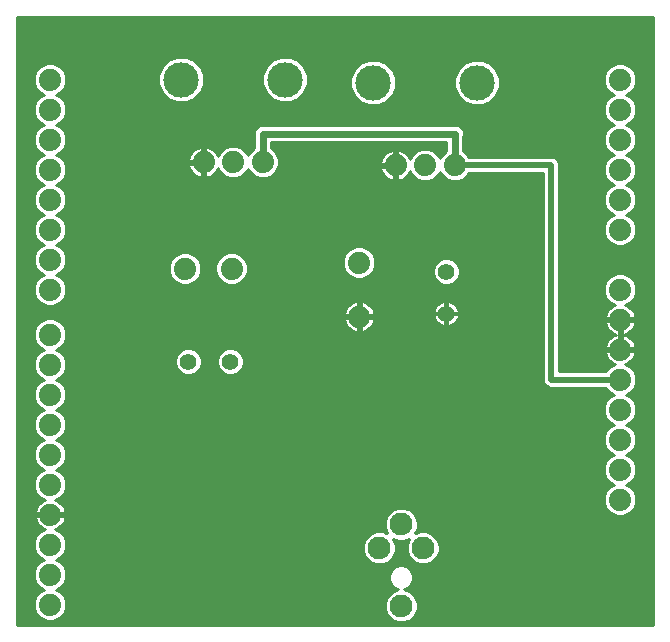
<source format=gbl>
G75*
%MOIN*%
%OFA0B0*%
%FSLAX25Y25*%
%IPPOS*%
%LPD*%
%AMOC8*
5,1,8,0,0,1.08239X$1,22.5*
%
%ADD10C,0.07400*%
%ADD11C,0.05550*%
%ADD12C,0.11811*%
%ADD13C,0.07600*%
%ADD14C,0.01000*%
%ADD15C,0.02400*%
%ADD16C,0.02000*%
D10*
X0042000Y0102524D03*
X0042000Y0112524D03*
X0042000Y0122524D03*
X0042000Y0132524D03*
X0042000Y0142524D03*
X0042000Y0152524D03*
X0042000Y0162524D03*
X0042000Y0172524D03*
X0042000Y0182524D03*
X0042000Y0192524D03*
X0042000Y0207524D03*
X0042000Y0217524D03*
X0042000Y0227524D03*
X0042000Y0237524D03*
X0042000Y0247524D03*
X0042000Y0257524D03*
X0042000Y0267524D03*
X0042000Y0277524D03*
X0093157Y0249965D03*
X0103000Y0249965D03*
X0112843Y0249965D03*
X0102500Y0214524D03*
X0087000Y0214524D03*
X0145000Y0216524D03*
X0145000Y0198524D03*
X0157157Y0248965D03*
X0167000Y0248965D03*
X0176843Y0248965D03*
X0232000Y0247524D03*
X0232000Y0237524D03*
X0232000Y0227524D03*
X0232000Y0207524D03*
X0232000Y0197524D03*
X0232000Y0187524D03*
X0232000Y0177524D03*
X0232000Y0167524D03*
X0232000Y0157524D03*
X0232000Y0147524D03*
X0232000Y0137524D03*
X0232000Y0257524D03*
X0232000Y0267524D03*
X0232000Y0277524D03*
D11*
X0174000Y0213524D03*
X0174000Y0199524D03*
X0102000Y0183524D03*
X0088000Y0183524D03*
D12*
X0085677Y0277524D03*
X0120323Y0277524D03*
X0149677Y0276524D03*
X0184323Y0276524D03*
D13*
X0159000Y0129240D03*
X0151717Y0121366D03*
X0166283Y0121366D03*
X0159000Y0102075D03*
D14*
X0242900Y0095624D02*
X0031100Y0095624D01*
X0031100Y0298424D01*
X0242900Y0298424D01*
X0242900Y0095624D01*
X0242900Y0096519D02*
X0031100Y0096519D01*
X0031100Y0097518D02*
X0039975Y0097518D01*
X0040926Y0097124D02*
X0043074Y0097124D01*
X0045059Y0097946D01*
X0046578Y0099465D01*
X0047400Y0101449D01*
X0047400Y0103598D01*
X0046578Y0105582D01*
X0045059Y0107102D01*
X0044040Y0107524D01*
X0045059Y0107946D01*
X0046578Y0109465D01*
X0047400Y0111449D01*
X0047400Y0113598D01*
X0046578Y0115582D01*
X0045059Y0117102D01*
X0044040Y0117524D01*
X0045059Y0117946D01*
X0046578Y0119465D01*
X0047400Y0121449D01*
X0047400Y0123598D01*
X0046578Y0125582D01*
X0045059Y0127102D01*
X0043776Y0127633D01*
X0043996Y0127705D01*
X0044725Y0128076D01*
X0045388Y0128557D01*
X0045966Y0129136D01*
X0046447Y0129798D01*
X0046819Y0130528D01*
X0047072Y0131306D01*
X0047186Y0132024D01*
X0042500Y0132024D01*
X0042500Y0133024D01*
X0047186Y0133024D01*
X0047072Y0133741D01*
X0046819Y0134520D01*
X0046447Y0135249D01*
X0045966Y0135911D01*
X0045388Y0136490D01*
X0044725Y0136971D01*
X0043996Y0137343D01*
X0043776Y0137414D01*
X0045059Y0137946D01*
X0046578Y0139465D01*
X0047400Y0141449D01*
X0047400Y0143598D01*
X0046578Y0145582D01*
X0045059Y0147102D01*
X0044040Y0147524D01*
X0045059Y0147946D01*
X0046578Y0149465D01*
X0047400Y0151449D01*
X0047400Y0153598D01*
X0046578Y0155582D01*
X0045059Y0157102D01*
X0044040Y0157524D01*
X0045059Y0157946D01*
X0046578Y0159465D01*
X0047400Y0161449D01*
X0047400Y0163598D01*
X0046578Y0165582D01*
X0045059Y0167102D01*
X0044040Y0167524D01*
X0045059Y0167946D01*
X0046578Y0169465D01*
X0047400Y0171449D01*
X0047400Y0173598D01*
X0046578Y0175582D01*
X0045059Y0177102D01*
X0044040Y0177524D01*
X0045059Y0177946D01*
X0046578Y0179465D01*
X0047400Y0181449D01*
X0047400Y0183598D01*
X0046578Y0185582D01*
X0045059Y0187102D01*
X0044040Y0187524D01*
X0045059Y0187946D01*
X0046578Y0189465D01*
X0047400Y0191449D01*
X0047400Y0193598D01*
X0046578Y0195582D01*
X0045059Y0197102D01*
X0043074Y0197924D01*
X0040926Y0197924D01*
X0038941Y0197102D01*
X0037422Y0195582D01*
X0036600Y0193598D01*
X0036600Y0191449D01*
X0037422Y0189465D01*
X0038941Y0187946D01*
X0039960Y0187524D01*
X0038941Y0187102D01*
X0037422Y0185582D01*
X0036600Y0183598D01*
X0036600Y0181449D01*
X0037422Y0179465D01*
X0038941Y0177946D01*
X0039960Y0177524D01*
X0038941Y0177102D01*
X0037422Y0175582D01*
X0036600Y0173598D01*
X0036600Y0171449D01*
X0037422Y0169465D01*
X0038941Y0167946D01*
X0039960Y0167524D01*
X0038941Y0167102D01*
X0037422Y0165582D01*
X0036600Y0163598D01*
X0036600Y0161449D01*
X0037422Y0159465D01*
X0038941Y0157946D01*
X0039960Y0157524D01*
X0038941Y0157102D01*
X0037422Y0155582D01*
X0036600Y0153598D01*
X0036600Y0151449D01*
X0037422Y0149465D01*
X0038941Y0147946D01*
X0039960Y0147524D01*
X0038941Y0147102D01*
X0037422Y0145582D01*
X0036600Y0143598D01*
X0036600Y0141449D01*
X0037422Y0139465D01*
X0038941Y0137946D01*
X0040224Y0137414D01*
X0040004Y0137343D01*
X0039275Y0136971D01*
X0038612Y0136490D01*
X0038034Y0135911D01*
X0037553Y0135249D01*
X0037181Y0134520D01*
X0036928Y0133741D01*
X0036814Y0133024D01*
X0041500Y0133024D01*
X0041500Y0132024D01*
X0036814Y0132024D01*
X0036928Y0131306D01*
X0037181Y0130528D01*
X0037553Y0129798D01*
X0038034Y0129136D01*
X0038612Y0128557D01*
X0039275Y0128076D01*
X0040004Y0127705D01*
X0040224Y0127633D01*
X0038941Y0127102D01*
X0037422Y0125582D01*
X0036600Y0123598D01*
X0036600Y0121449D01*
X0037422Y0119465D01*
X0038941Y0117946D01*
X0039960Y0117524D01*
X0038941Y0117102D01*
X0037422Y0115582D01*
X0036600Y0113598D01*
X0036600Y0111449D01*
X0037422Y0109465D01*
X0038941Y0107946D01*
X0039960Y0107524D01*
X0038941Y0107102D01*
X0037422Y0105582D01*
X0036600Y0103598D01*
X0036600Y0101449D01*
X0037422Y0099465D01*
X0038941Y0097946D01*
X0040926Y0097124D01*
X0038371Y0098516D02*
X0031100Y0098516D01*
X0031100Y0099515D02*
X0037401Y0099515D01*
X0036988Y0100513D02*
X0031100Y0100513D01*
X0031100Y0101512D02*
X0036600Y0101512D01*
X0036600Y0102510D02*
X0031100Y0102510D01*
X0031100Y0103509D02*
X0036600Y0103509D01*
X0036977Y0104507D02*
X0031100Y0104507D01*
X0031100Y0105506D02*
X0037390Y0105506D01*
X0038344Y0106504D02*
X0031100Y0106504D01*
X0031100Y0107503D02*
X0039910Y0107503D01*
X0038386Y0108501D02*
X0031100Y0108501D01*
X0031100Y0109500D02*
X0037408Y0109500D01*
X0036994Y0110498D02*
X0031100Y0110498D01*
X0031100Y0111497D02*
X0036600Y0111497D01*
X0036600Y0112495D02*
X0031100Y0112495D01*
X0031100Y0113494D02*
X0036600Y0113494D01*
X0036971Y0114492D02*
X0031100Y0114492D01*
X0031100Y0115491D02*
X0037384Y0115491D01*
X0038329Y0116489D02*
X0031100Y0116489D01*
X0031100Y0117488D02*
X0039874Y0117488D01*
X0038400Y0118486D02*
X0031100Y0118486D01*
X0031100Y0119485D02*
X0037414Y0119485D01*
X0037000Y0120483D02*
X0031100Y0120483D01*
X0031100Y0121482D02*
X0036600Y0121482D01*
X0036600Y0122480D02*
X0031100Y0122480D01*
X0031100Y0123479D02*
X0036600Y0123479D01*
X0036964Y0124477D02*
X0031100Y0124477D01*
X0031100Y0125476D02*
X0037378Y0125476D01*
X0038314Y0126474D02*
X0031100Y0126474D01*
X0031100Y0127473D02*
X0039838Y0127473D01*
X0038730Y0128472D02*
X0031100Y0128472D01*
X0031100Y0129470D02*
X0037791Y0129470D01*
X0037211Y0130469D02*
X0031100Y0130469D01*
X0031100Y0131467D02*
X0036903Y0131467D01*
X0036884Y0133464D02*
X0031100Y0133464D01*
X0031100Y0132466D02*
X0041500Y0132466D01*
X0042500Y0132466D02*
X0154447Y0132466D01*
X0154337Y0132356D02*
X0153500Y0130334D01*
X0153500Y0128146D01*
X0154283Y0126256D01*
X0152811Y0126866D01*
X0150623Y0126866D01*
X0148601Y0126029D01*
X0147054Y0124482D01*
X0146217Y0122460D01*
X0146217Y0120272D01*
X0147054Y0118251D01*
X0148601Y0116703D01*
X0150623Y0115866D01*
X0152811Y0115866D01*
X0154832Y0116703D01*
X0156379Y0118251D01*
X0157217Y0120272D01*
X0157217Y0122460D01*
X0156434Y0124350D01*
X0157906Y0123740D01*
X0160094Y0123740D01*
X0161566Y0124350D01*
X0160783Y0122460D01*
X0160783Y0120272D01*
X0161621Y0118251D01*
X0163168Y0116703D01*
X0165189Y0115866D01*
X0167377Y0115866D01*
X0169399Y0116703D01*
X0170946Y0118251D01*
X0171783Y0120272D01*
X0171783Y0122460D01*
X0170946Y0124482D01*
X0169399Y0126029D01*
X0167377Y0126866D01*
X0165189Y0126866D01*
X0163717Y0126256D01*
X0164500Y0128146D01*
X0164500Y0130334D01*
X0163663Y0132356D01*
X0162115Y0133903D01*
X0160094Y0134740D01*
X0157906Y0134740D01*
X0155884Y0133903D01*
X0154337Y0132356D01*
X0153969Y0131467D02*
X0047097Y0131467D01*
X0046789Y0130469D02*
X0153556Y0130469D01*
X0153500Y0129470D02*
X0046209Y0129470D01*
X0045270Y0128472D02*
X0153500Y0128472D01*
X0153779Y0127473D02*
X0044162Y0127473D01*
X0045686Y0126474D02*
X0149677Y0126474D01*
X0148048Y0125476D02*
X0046622Y0125476D01*
X0047036Y0124477D02*
X0147052Y0124477D01*
X0146639Y0123479D02*
X0047400Y0123479D01*
X0047400Y0122480D02*
X0146225Y0122480D01*
X0146217Y0121482D02*
X0047400Y0121482D01*
X0047000Y0120483D02*
X0146217Y0120483D01*
X0146543Y0119485D02*
X0046586Y0119485D01*
X0045600Y0118486D02*
X0146956Y0118486D01*
X0147817Y0117488D02*
X0044126Y0117488D01*
X0045671Y0116489D02*
X0149118Y0116489D01*
X0154315Y0116489D02*
X0163685Y0116489D01*
X0162384Y0117488D02*
X0155616Y0117488D01*
X0156477Y0118486D02*
X0161523Y0118486D01*
X0161110Y0119485D02*
X0156890Y0119485D01*
X0157217Y0120483D02*
X0160783Y0120483D01*
X0160783Y0121482D02*
X0157217Y0121482D01*
X0157208Y0122480D02*
X0160792Y0122480D01*
X0161205Y0123479D02*
X0156795Y0123479D01*
X0154192Y0126474D02*
X0153756Y0126474D01*
X0155446Y0133464D02*
X0047116Y0133464D01*
X0046838Y0134463D02*
X0157236Y0134463D01*
X0160764Y0134463D02*
X0227424Y0134463D01*
X0227422Y0134465D02*
X0228941Y0132946D01*
X0230926Y0132124D01*
X0233074Y0132124D01*
X0235059Y0132946D01*
X0236578Y0134465D01*
X0237400Y0136449D01*
X0237400Y0138598D01*
X0236578Y0140582D01*
X0235059Y0142102D01*
X0234040Y0142524D01*
X0235059Y0142946D01*
X0236578Y0144465D01*
X0237400Y0146449D01*
X0237400Y0148598D01*
X0236578Y0150582D01*
X0235059Y0152102D01*
X0234040Y0152524D01*
X0235059Y0152946D01*
X0236578Y0154465D01*
X0237400Y0156449D01*
X0237400Y0158598D01*
X0236578Y0160582D01*
X0235059Y0162102D01*
X0234040Y0162524D01*
X0235059Y0162946D01*
X0236578Y0164465D01*
X0237400Y0166449D01*
X0237400Y0168598D01*
X0236578Y0170582D01*
X0235059Y0172102D01*
X0234040Y0172524D01*
X0235059Y0172946D01*
X0236578Y0174465D01*
X0237400Y0176449D01*
X0237400Y0178598D01*
X0236578Y0180582D01*
X0235059Y0182102D01*
X0233776Y0182633D01*
X0233996Y0182705D01*
X0234725Y0183076D01*
X0235388Y0183557D01*
X0235966Y0184136D01*
X0236447Y0184798D01*
X0236819Y0185528D01*
X0237072Y0186306D01*
X0237186Y0187024D01*
X0232500Y0187024D01*
X0232500Y0188024D01*
X0231500Y0188024D01*
X0231500Y0197024D01*
X0226814Y0197024D01*
X0226928Y0196306D01*
X0227181Y0195528D01*
X0227553Y0194798D01*
X0228034Y0194136D01*
X0228612Y0193557D01*
X0229275Y0193076D01*
X0230004Y0192705D01*
X0230561Y0192524D01*
X0230004Y0192343D01*
X0229275Y0191971D01*
X0228612Y0191490D01*
X0228034Y0190911D01*
X0227553Y0190249D01*
X0227181Y0189520D01*
X0226928Y0188741D01*
X0226814Y0188024D01*
X0231500Y0188024D01*
X0231500Y0187024D01*
X0226814Y0187024D01*
X0226928Y0186306D01*
X0227181Y0185528D01*
X0227553Y0184798D01*
X0228034Y0184136D01*
X0228612Y0183557D01*
X0229275Y0183076D01*
X0230004Y0182705D01*
X0230224Y0182633D01*
X0228941Y0182102D01*
X0227422Y0180582D01*
X0227273Y0180224D01*
X0211700Y0180224D01*
X0211700Y0249502D01*
X0211289Y0250494D01*
X0210529Y0251254D01*
X0209537Y0251665D01*
X0181569Y0251665D01*
X0181420Y0252023D01*
X0179901Y0253542D01*
X0179743Y0253608D01*
X0179743Y0258567D01*
X0179900Y0258947D01*
X0179900Y0260100D01*
X0179458Y0261166D01*
X0178643Y0261982D01*
X0177577Y0262424D01*
X0112266Y0262424D01*
X0111200Y0261982D01*
X0110384Y0261166D01*
X0109943Y0260100D01*
X0109943Y0254608D01*
X0109784Y0254542D01*
X0108265Y0253023D01*
X0107921Y0252194D01*
X0107578Y0253023D01*
X0106059Y0254542D01*
X0104074Y0255365D01*
X0101926Y0255365D01*
X0099941Y0254542D01*
X0098422Y0253023D01*
X0097979Y0251953D01*
X0097977Y0251961D01*
X0097605Y0252690D01*
X0097124Y0253352D01*
X0096545Y0253931D01*
X0095883Y0254412D01*
X0095154Y0254784D01*
X0094375Y0255037D01*
X0093642Y0255153D01*
X0093642Y0250449D01*
X0092673Y0250449D01*
X0092673Y0249480D01*
X0093642Y0249480D01*
X0093642Y0244776D01*
X0094375Y0244893D01*
X0095154Y0245146D01*
X0095883Y0245517D01*
X0096545Y0245998D01*
X0097124Y0246577D01*
X0097605Y0247239D01*
X0097977Y0247968D01*
X0097979Y0247976D01*
X0098422Y0246906D01*
X0099941Y0245387D01*
X0101926Y0244565D01*
X0104074Y0244565D01*
X0106059Y0245387D01*
X0107578Y0246906D01*
X0107921Y0247735D01*
X0108265Y0246906D01*
X0109784Y0245387D01*
X0111768Y0244565D01*
X0113917Y0244565D01*
X0115901Y0245387D01*
X0117420Y0246906D01*
X0118243Y0248890D01*
X0118243Y0251039D01*
X0117420Y0253023D01*
X0115901Y0254542D01*
X0115743Y0254608D01*
X0115743Y0256624D01*
X0173943Y0256624D01*
X0173943Y0253608D01*
X0173784Y0253542D01*
X0172265Y0252023D01*
X0171921Y0251194D01*
X0171578Y0252023D01*
X0170059Y0253542D01*
X0168074Y0254365D01*
X0165926Y0254365D01*
X0163941Y0253542D01*
X0162422Y0252023D01*
X0161979Y0250953D01*
X0161977Y0250961D01*
X0161605Y0251690D01*
X0161124Y0252352D01*
X0160545Y0252931D01*
X0159883Y0253412D01*
X0159154Y0253784D01*
X0158375Y0254037D01*
X0157642Y0254153D01*
X0157642Y0249449D01*
X0156673Y0249449D01*
X0156673Y0248480D01*
X0157642Y0248480D01*
X0157642Y0243776D01*
X0158375Y0243893D01*
X0159154Y0244146D01*
X0159883Y0244517D01*
X0160545Y0244998D01*
X0161124Y0245577D01*
X0161605Y0246239D01*
X0161977Y0246968D01*
X0161979Y0246976D01*
X0162422Y0245906D01*
X0163941Y0244387D01*
X0165926Y0243565D01*
X0168074Y0243565D01*
X0170059Y0244387D01*
X0171578Y0245906D01*
X0171921Y0246735D01*
X0172265Y0245906D01*
X0173784Y0244387D01*
X0175768Y0243565D01*
X0177917Y0243565D01*
X0179901Y0244387D01*
X0181420Y0245906D01*
X0181569Y0246265D01*
X0206300Y0246265D01*
X0206300Y0176987D01*
X0206711Y0175994D01*
X0207471Y0175235D01*
X0208463Y0174824D01*
X0227273Y0174824D01*
X0227422Y0174465D01*
X0228941Y0172946D01*
X0229960Y0172524D01*
X0228941Y0172102D01*
X0227422Y0170582D01*
X0226600Y0168598D01*
X0226600Y0166449D01*
X0227422Y0164465D01*
X0228941Y0162946D01*
X0229960Y0162524D01*
X0228941Y0162102D01*
X0227422Y0160582D01*
X0226600Y0158598D01*
X0226600Y0156449D01*
X0227422Y0154465D01*
X0228941Y0152946D01*
X0229960Y0152524D01*
X0228941Y0152102D01*
X0227422Y0150582D01*
X0226600Y0148598D01*
X0226600Y0146449D01*
X0227422Y0144465D01*
X0228941Y0142946D01*
X0229960Y0142524D01*
X0228941Y0142102D01*
X0227422Y0140582D01*
X0226600Y0138598D01*
X0226600Y0136449D01*
X0227422Y0134465D01*
X0227009Y0135461D02*
X0046293Y0135461D01*
X0045418Y0136460D02*
X0226600Y0136460D01*
X0226600Y0137458D02*
X0043882Y0137458D01*
X0045570Y0138457D02*
X0226600Y0138457D01*
X0226955Y0139455D02*
X0046568Y0139455D01*
X0046987Y0140454D02*
X0227369Y0140454D01*
X0228292Y0141452D02*
X0047400Y0141452D01*
X0047400Y0142451D02*
X0229784Y0142451D01*
X0228438Y0143449D02*
X0047400Y0143449D01*
X0047048Y0144448D02*
X0227439Y0144448D01*
X0227016Y0145446D02*
X0046634Y0145446D01*
X0045716Y0146445D02*
X0226602Y0146445D01*
X0226600Y0147443D02*
X0044234Y0147443D01*
X0045555Y0148442D02*
X0226600Y0148442D01*
X0226949Y0149440D02*
X0046553Y0149440D01*
X0046981Y0150439D02*
X0227363Y0150439D01*
X0228277Y0151437D02*
X0047395Y0151437D01*
X0047400Y0152436D02*
X0229748Y0152436D01*
X0228453Y0153434D02*
X0047400Y0153434D01*
X0047054Y0154433D02*
X0227454Y0154433D01*
X0227022Y0155431D02*
X0046641Y0155431D01*
X0045731Y0156430D02*
X0226608Y0156430D01*
X0226600Y0157428D02*
X0044270Y0157428D01*
X0045540Y0158427D02*
X0226600Y0158427D01*
X0226943Y0159425D02*
X0046538Y0159425D01*
X0046975Y0160424D02*
X0227356Y0160424D01*
X0228262Y0161422D02*
X0047389Y0161422D01*
X0047400Y0162421D02*
X0229712Y0162421D01*
X0228467Y0163419D02*
X0047400Y0163419D01*
X0047060Y0164418D02*
X0227469Y0164418D01*
X0227028Y0165416D02*
X0046647Y0165416D01*
X0045745Y0166415D02*
X0226614Y0166415D01*
X0226600Y0167413D02*
X0044306Y0167413D01*
X0045525Y0168412D02*
X0226600Y0168412D01*
X0226937Y0169410D02*
X0046524Y0169410D01*
X0046969Y0170409D02*
X0227350Y0170409D01*
X0228247Y0171408D02*
X0047383Y0171408D01*
X0047400Y0172406D02*
X0229676Y0172406D01*
X0228482Y0173405D02*
X0047400Y0173405D01*
X0047066Y0174403D02*
X0227484Y0174403D01*
X0227344Y0180394D02*
X0211700Y0180394D01*
X0211700Y0181393D02*
X0228232Y0181393D01*
X0229640Y0182391D02*
X0211700Y0182391D01*
X0211700Y0183390D02*
X0228843Y0183390D01*
X0227850Y0184388D02*
X0211700Y0184388D01*
X0211700Y0185387D02*
X0227253Y0185387D01*
X0226915Y0186385D02*
X0211700Y0186385D01*
X0211700Y0187384D02*
X0231500Y0187384D01*
X0231500Y0188382D02*
X0232500Y0188382D01*
X0232500Y0188024D02*
X0232500Y0192338D01*
X0232500Y0197024D01*
X0232500Y0198024D01*
X0237186Y0198024D01*
X0237072Y0198741D01*
X0236819Y0199520D01*
X0236447Y0200249D01*
X0235966Y0200911D01*
X0235388Y0201490D01*
X0234725Y0201971D01*
X0233996Y0202343D01*
X0233776Y0202414D01*
X0235059Y0202946D01*
X0236578Y0204465D01*
X0237400Y0206449D01*
X0237400Y0208598D01*
X0236578Y0210582D01*
X0235059Y0212102D01*
X0233074Y0212924D01*
X0230926Y0212924D01*
X0228941Y0212102D01*
X0227422Y0210582D01*
X0226600Y0208598D01*
X0226600Y0206449D01*
X0227422Y0204465D01*
X0228941Y0202946D01*
X0230224Y0202414D01*
X0230004Y0202343D01*
X0229275Y0201971D01*
X0228612Y0201490D01*
X0228034Y0200911D01*
X0227553Y0200249D01*
X0227181Y0199520D01*
X0226928Y0198741D01*
X0226814Y0198024D01*
X0231500Y0198024D01*
X0231500Y0197024D01*
X0232500Y0197024D01*
X0237186Y0197024D01*
X0237072Y0196306D01*
X0236819Y0195528D01*
X0236447Y0194798D01*
X0235966Y0194136D01*
X0235388Y0193557D01*
X0234725Y0193076D01*
X0233996Y0192705D01*
X0233439Y0192524D01*
X0233996Y0192343D01*
X0234725Y0191971D01*
X0235388Y0191490D01*
X0235966Y0190911D01*
X0236447Y0190249D01*
X0236819Y0189520D01*
X0237072Y0188741D01*
X0237186Y0188024D01*
X0232500Y0188024D01*
X0232500Y0187384D02*
X0242900Y0187384D01*
X0242900Y0188382D02*
X0237129Y0188382D01*
X0236864Y0189381D02*
X0242900Y0189381D01*
X0242900Y0190379D02*
X0236353Y0190379D01*
X0235500Y0191378D02*
X0242900Y0191378D01*
X0242900Y0192376D02*
X0233893Y0192376D01*
X0232500Y0192376D02*
X0231500Y0192376D01*
X0231500Y0191378D02*
X0232500Y0191378D01*
X0232500Y0190379D02*
X0231500Y0190379D01*
X0231500Y0189381D02*
X0232500Y0189381D01*
X0230107Y0192376D02*
X0211700Y0192376D01*
X0211700Y0191378D02*
X0228500Y0191378D01*
X0227647Y0190379D02*
X0211700Y0190379D01*
X0211700Y0189381D02*
X0227136Y0189381D01*
X0226871Y0188382D02*
X0211700Y0188382D01*
X0211700Y0193375D02*
X0228864Y0193375D01*
X0227861Y0194373D02*
X0211700Y0194373D01*
X0211700Y0195372D02*
X0227260Y0195372D01*
X0226918Y0196370D02*
X0211700Y0196370D01*
X0211700Y0197369D02*
X0231500Y0197369D01*
X0231500Y0196370D02*
X0232500Y0196370D01*
X0232500Y0195372D02*
X0231500Y0195372D01*
X0231500Y0194373D02*
X0232500Y0194373D01*
X0232500Y0193375D02*
X0231500Y0193375D01*
X0232500Y0197369D02*
X0242900Y0197369D01*
X0242900Y0198367D02*
X0237131Y0198367D01*
X0236869Y0199366D02*
X0242900Y0199366D01*
X0242900Y0200364D02*
X0236364Y0200364D01*
X0235515Y0201363D02*
X0242900Y0201363D01*
X0242900Y0202361D02*
X0233939Y0202361D01*
X0235473Y0203360D02*
X0242900Y0203360D01*
X0242900Y0204358D02*
X0236472Y0204358D01*
X0236947Y0205357D02*
X0242900Y0205357D01*
X0242900Y0206355D02*
X0237361Y0206355D01*
X0237400Y0207354D02*
X0242900Y0207354D01*
X0242900Y0208352D02*
X0237400Y0208352D01*
X0237088Y0209351D02*
X0242900Y0209351D01*
X0242900Y0210349D02*
X0236674Y0210349D01*
X0235812Y0211348D02*
X0242900Y0211348D01*
X0242900Y0212346D02*
X0234467Y0212346D01*
X0229533Y0212346D02*
X0211700Y0212346D01*
X0211700Y0211348D02*
X0228188Y0211348D01*
X0227326Y0210349D02*
X0211700Y0210349D01*
X0211700Y0209351D02*
X0226912Y0209351D01*
X0226600Y0208352D02*
X0211700Y0208352D01*
X0211700Y0207354D02*
X0226600Y0207354D01*
X0226639Y0206355D02*
X0211700Y0206355D01*
X0211700Y0205357D02*
X0227053Y0205357D01*
X0227528Y0204358D02*
X0211700Y0204358D01*
X0211700Y0203360D02*
X0228527Y0203360D01*
X0230061Y0202361D02*
X0211700Y0202361D01*
X0211700Y0201363D02*
X0228485Y0201363D01*
X0227636Y0200364D02*
X0211700Y0200364D01*
X0211700Y0199366D02*
X0227131Y0199366D01*
X0226869Y0198367D02*
X0211700Y0198367D01*
X0206300Y0198367D02*
X0178119Y0198367D01*
X0178170Y0198523D02*
X0178275Y0199187D01*
X0178275Y0199236D01*
X0174287Y0199236D01*
X0174287Y0195249D01*
X0174336Y0195249D01*
X0175001Y0195354D01*
X0175641Y0195562D01*
X0176240Y0195867D01*
X0176785Y0196263D01*
X0177261Y0196739D01*
X0177656Y0197283D01*
X0177962Y0197883D01*
X0178170Y0198523D01*
X0177700Y0197369D02*
X0206300Y0197369D01*
X0206300Y0196370D02*
X0176892Y0196370D01*
X0175055Y0195372D02*
X0206300Y0195372D01*
X0206300Y0194373D02*
X0148134Y0194373D01*
X0148388Y0194557D02*
X0148966Y0195136D01*
X0149447Y0195798D01*
X0149819Y0196528D01*
X0150072Y0197306D01*
X0150186Y0198024D01*
X0145500Y0198024D01*
X0145500Y0199024D01*
X0144500Y0199024D01*
X0144500Y0203709D01*
X0143782Y0203596D01*
X0143004Y0203343D01*
X0142275Y0202971D01*
X0141612Y0202490D01*
X0141034Y0201911D01*
X0140553Y0201249D01*
X0140181Y0200520D01*
X0139928Y0199741D01*
X0139814Y0199024D01*
X0144500Y0199024D01*
X0144500Y0198024D01*
X0139814Y0198024D01*
X0139928Y0197306D01*
X0140181Y0196528D01*
X0140553Y0195798D01*
X0141034Y0195136D01*
X0141612Y0194557D01*
X0142275Y0194076D01*
X0143004Y0193705D01*
X0143782Y0193452D01*
X0144500Y0193338D01*
X0144500Y0198024D01*
X0145500Y0198024D01*
X0145500Y0193338D01*
X0146218Y0193452D01*
X0146996Y0193705D01*
X0147725Y0194076D01*
X0148388Y0194557D01*
X0149138Y0195372D02*
X0172944Y0195372D01*
X0172999Y0195354D02*
X0173664Y0195249D01*
X0173713Y0195249D01*
X0173713Y0199236D01*
X0174287Y0199236D01*
X0174287Y0199811D01*
X0173713Y0199811D01*
X0173713Y0203798D01*
X0173664Y0203798D01*
X0172999Y0203693D01*
X0172359Y0203485D01*
X0171760Y0203180D01*
X0171215Y0202784D01*
X0170739Y0202308D01*
X0170344Y0201764D01*
X0170038Y0201165D01*
X0169830Y0200525D01*
X0169725Y0199860D01*
X0169725Y0199811D01*
X0173713Y0199811D01*
X0173713Y0199236D01*
X0169725Y0199236D01*
X0169725Y0199187D01*
X0169830Y0198523D01*
X0170038Y0197883D01*
X0170344Y0197283D01*
X0170739Y0196739D01*
X0171215Y0196263D01*
X0171760Y0195867D01*
X0172359Y0195562D01*
X0172999Y0195354D01*
X0173713Y0195372D02*
X0174287Y0195372D01*
X0174287Y0196370D02*
X0173713Y0196370D01*
X0173713Y0197369D02*
X0174287Y0197369D01*
X0174287Y0198367D02*
X0173713Y0198367D01*
X0173713Y0199366D02*
X0150131Y0199366D01*
X0150186Y0199024D02*
X0150072Y0199741D01*
X0149819Y0200520D01*
X0149447Y0201249D01*
X0148966Y0201911D01*
X0148388Y0202490D01*
X0147725Y0202971D01*
X0146996Y0203343D01*
X0146218Y0203596D01*
X0145500Y0203709D01*
X0145500Y0199024D01*
X0150186Y0199024D01*
X0149870Y0200364D02*
X0169805Y0200364D01*
X0170139Y0201363D02*
X0149365Y0201363D01*
X0148516Y0202361D02*
X0170792Y0202361D01*
X0172113Y0203360D02*
X0146943Y0203360D01*
X0145500Y0203360D02*
X0144500Y0203360D01*
X0144500Y0202361D02*
X0145500Y0202361D01*
X0145500Y0201363D02*
X0144500Y0201363D01*
X0144500Y0200364D02*
X0145500Y0200364D01*
X0145500Y0199366D02*
X0144500Y0199366D01*
X0144500Y0198367D02*
X0031100Y0198367D01*
X0031100Y0197369D02*
X0039586Y0197369D01*
X0038210Y0196370D02*
X0031100Y0196370D01*
X0031100Y0195372D02*
X0037335Y0195372D01*
X0036921Y0194373D02*
X0031100Y0194373D01*
X0031100Y0193375D02*
X0036600Y0193375D01*
X0036600Y0192376D02*
X0031100Y0192376D01*
X0031100Y0191378D02*
X0036630Y0191378D01*
X0037043Y0190379D02*
X0031100Y0190379D01*
X0031100Y0189381D02*
X0037506Y0189381D01*
X0038505Y0188382D02*
X0031100Y0188382D01*
X0031100Y0187384D02*
X0039622Y0187384D01*
X0038225Y0186385D02*
X0031100Y0186385D01*
X0031100Y0185387D02*
X0037341Y0185387D01*
X0036927Y0184388D02*
X0031100Y0184388D01*
X0031100Y0183390D02*
X0036600Y0183390D01*
X0036600Y0182391D02*
X0031100Y0182391D01*
X0031100Y0181393D02*
X0036624Y0181393D01*
X0037037Y0180394D02*
X0031100Y0180394D01*
X0031100Y0179396D02*
X0037491Y0179396D01*
X0038490Y0178397D02*
X0031100Y0178397D01*
X0031100Y0177399D02*
X0039658Y0177399D01*
X0038240Y0176400D02*
X0031100Y0176400D01*
X0031100Y0175402D02*
X0037347Y0175402D01*
X0036934Y0174403D02*
X0031100Y0174403D01*
X0031100Y0173405D02*
X0036600Y0173405D01*
X0036600Y0172406D02*
X0031100Y0172406D01*
X0031100Y0171408D02*
X0036617Y0171408D01*
X0037031Y0170409D02*
X0031100Y0170409D01*
X0031100Y0169410D02*
X0037476Y0169410D01*
X0038475Y0168412D02*
X0031100Y0168412D01*
X0031100Y0167413D02*
X0039694Y0167413D01*
X0038255Y0166415D02*
X0031100Y0166415D01*
X0031100Y0165416D02*
X0037353Y0165416D01*
X0036940Y0164418D02*
X0031100Y0164418D01*
X0031100Y0163419D02*
X0036600Y0163419D01*
X0036600Y0162421D02*
X0031100Y0162421D01*
X0031100Y0161422D02*
X0036611Y0161422D01*
X0037025Y0160424D02*
X0031100Y0160424D01*
X0031100Y0159425D02*
X0037461Y0159425D01*
X0038460Y0158427D02*
X0031100Y0158427D01*
X0031100Y0157428D02*
X0039730Y0157428D01*
X0038269Y0156430D02*
X0031100Y0156430D01*
X0031100Y0155431D02*
X0037359Y0155431D01*
X0036946Y0154433D02*
X0031100Y0154433D01*
X0031100Y0153434D02*
X0036600Y0153434D01*
X0036600Y0152436D02*
X0031100Y0152436D01*
X0031100Y0151437D02*
X0036605Y0151437D01*
X0037019Y0150439D02*
X0031100Y0150439D01*
X0031100Y0149440D02*
X0037447Y0149440D01*
X0038445Y0148442D02*
X0031100Y0148442D01*
X0031100Y0147443D02*
X0039766Y0147443D01*
X0038284Y0146445D02*
X0031100Y0146445D01*
X0031100Y0145446D02*
X0037366Y0145446D01*
X0036952Y0144448D02*
X0031100Y0144448D01*
X0031100Y0143449D02*
X0036600Y0143449D01*
X0036600Y0142451D02*
X0031100Y0142451D01*
X0031100Y0141452D02*
X0036600Y0141452D01*
X0037012Y0140454D02*
X0031100Y0140454D01*
X0031100Y0139455D02*
X0037432Y0139455D01*
X0038430Y0138457D02*
X0031100Y0138457D01*
X0031100Y0137458D02*
X0040118Y0137458D01*
X0038582Y0136460D02*
X0031100Y0136460D01*
X0031100Y0135461D02*
X0037707Y0135461D01*
X0037162Y0134463D02*
X0031100Y0134463D01*
X0046616Y0115491D02*
X0157963Y0115491D01*
X0158192Y0115586D02*
X0156699Y0114967D01*
X0155556Y0113825D01*
X0154938Y0112332D01*
X0154938Y0110716D01*
X0155556Y0109223D01*
X0156699Y0108080D01*
X0157918Y0107575D01*
X0157906Y0107575D01*
X0155884Y0106737D01*
X0154337Y0105190D01*
X0153500Y0103169D01*
X0153500Y0100981D01*
X0154337Y0098959D01*
X0155884Y0097412D01*
X0157906Y0096575D01*
X0160094Y0096575D01*
X0162115Y0097412D01*
X0163663Y0098959D01*
X0164500Y0100981D01*
X0164500Y0103169D01*
X0163663Y0105190D01*
X0162115Y0106737D01*
X0160094Y0107575D01*
X0160082Y0107575D01*
X0161301Y0108080D01*
X0162444Y0109223D01*
X0163062Y0110716D01*
X0163062Y0112332D01*
X0162444Y0113825D01*
X0161301Y0114967D01*
X0159808Y0115586D01*
X0158192Y0115586D01*
X0160037Y0115491D02*
X0242900Y0115491D01*
X0242900Y0116489D02*
X0168882Y0116489D01*
X0170183Y0117488D02*
X0242900Y0117488D01*
X0242900Y0118486D02*
X0171044Y0118486D01*
X0171457Y0119485D02*
X0242900Y0119485D01*
X0242900Y0120483D02*
X0171783Y0120483D01*
X0171783Y0121482D02*
X0242900Y0121482D01*
X0242900Y0122480D02*
X0171775Y0122480D01*
X0171361Y0123479D02*
X0242900Y0123479D01*
X0242900Y0124477D02*
X0170948Y0124477D01*
X0169952Y0125476D02*
X0242900Y0125476D01*
X0242900Y0126474D02*
X0168323Y0126474D01*
X0164244Y0126474D02*
X0163808Y0126474D01*
X0164221Y0127473D02*
X0242900Y0127473D01*
X0242900Y0128472D02*
X0164500Y0128472D01*
X0164500Y0129470D02*
X0242900Y0129470D01*
X0242900Y0130469D02*
X0164444Y0130469D01*
X0164031Y0131467D02*
X0242900Y0131467D01*
X0242900Y0132466D02*
X0233900Y0132466D01*
X0235577Y0133464D02*
X0242900Y0133464D01*
X0242900Y0134463D02*
X0236576Y0134463D01*
X0236991Y0135461D02*
X0242900Y0135461D01*
X0242900Y0136460D02*
X0237400Y0136460D01*
X0237400Y0137458D02*
X0242900Y0137458D01*
X0242900Y0138457D02*
X0237400Y0138457D01*
X0237045Y0139455D02*
X0242900Y0139455D01*
X0242900Y0140454D02*
X0236631Y0140454D01*
X0235708Y0141452D02*
X0242900Y0141452D01*
X0242900Y0142451D02*
X0234216Y0142451D01*
X0235562Y0143449D02*
X0242900Y0143449D01*
X0242900Y0144448D02*
X0236561Y0144448D01*
X0236984Y0145446D02*
X0242900Y0145446D01*
X0242900Y0146445D02*
X0237398Y0146445D01*
X0237400Y0147443D02*
X0242900Y0147443D01*
X0242900Y0148442D02*
X0237400Y0148442D01*
X0237051Y0149440D02*
X0242900Y0149440D01*
X0242900Y0150439D02*
X0236637Y0150439D01*
X0235723Y0151437D02*
X0242900Y0151437D01*
X0242900Y0152436D02*
X0234252Y0152436D01*
X0235547Y0153434D02*
X0242900Y0153434D01*
X0242900Y0154433D02*
X0236546Y0154433D01*
X0236978Y0155431D02*
X0242900Y0155431D01*
X0242900Y0156430D02*
X0237392Y0156430D01*
X0237400Y0157428D02*
X0242900Y0157428D01*
X0242900Y0158427D02*
X0237400Y0158427D01*
X0237057Y0159425D02*
X0242900Y0159425D01*
X0242900Y0160424D02*
X0236644Y0160424D01*
X0235738Y0161422D02*
X0242900Y0161422D01*
X0242900Y0162421D02*
X0234288Y0162421D01*
X0235533Y0163419D02*
X0242900Y0163419D01*
X0242900Y0164418D02*
X0236531Y0164418D01*
X0236972Y0165416D02*
X0242900Y0165416D01*
X0242900Y0166415D02*
X0237386Y0166415D01*
X0237400Y0167413D02*
X0242900Y0167413D01*
X0242900Y0168412D02*
X0237400Y0168412D01*
X0237063Y0169410D02*
X0242900Y0169410D01*
X0242900Y0170409D02*
X0236650Y0170409D01*
X0235753Y0171408D02*
X0242900Y0171408D01*
X0242900Y0172406D02*
X0234324Y0172406D01*
X0235518Y0173405D02*
X0242900Y0173405D01*
X0242900Y0174403D02*
X0236516Y0174403D01*
X0236966Y0175402D02*
X0242900Y0175402D01*
X0242900Y0176400D02*
X0237380Y0176400D01*
X0237400Y0177399D02*
X0242900Y0177399D01*
X0242900Y0178397D02*
X0237400Y0178397D01*
X0237070Y0179396D02*
X0242900Y0179396D01*
X0242900Y0180394D02*
X0236656Y0180394D01*
X0235768Y0181393D02*
X0242900Y0181393D01*
X0242900Y0182391D02*
X0234360Y0182391D01*
X0235157Y0183390D02*
X0242900Y0183390D01*
X0242900Y0184388D02*
X0236149Y0184388D01*
X0236747Y0185387D02*
X0242900Y0185387D01*
X0242900Y0186385D02*
X0237084Y0186385D01*
X0235136Y0193375D02*
X0242900Y0193375D01*
X0242900Y0194373D02*
X0236139Y0194373D01*
X0236740Y0195372D02*
X0242900Y0195372D01*
X0242900Y0196370D02*
X0237082Y0196370D01*
X0242900Y0213345D02*
X0211700Y0213345D01*
X0211700Y0214343D02*
X0242900Y0214343D01*
X0242900Y0215342D02*
X0211700Y0215342D01*
X0211700Y0216341D02*
X0242900Y0216341D01*
X0242900Y0217339D02*
X0211700Y0217339D01*
X0211700Y0218338D02*
X0242900Y0218338D01*
X0242900Y0219336D02*
X0211700Y0219336D01*
X0211700Y0220335D02*
X0242900Y0220335D01*
X0242900Y0221333D02*
X0211700Y0221333D01*
X0211700Y0222332D02*
X0230424Y0222332D01*
X0230926Y0222124D02*
X0233074Y0222124D01*
X0235059Y0222946D01*
X0236578Y0224465D01*
X0237400Y0226449D01*
X0237400Y0228598D01*
X0236578Y0230582D01*
X0235059Y0232102D01*
X0234040Y0232524D01*
X0235059Y0232946D01*
X0236578Y0234465D01*
X0237400Y0236449D01*
X0237400Y0238598D01*
X0236578Y0240582D01*
X0235059Y0242102D01*
X0234040Y0242524D01*
X0235059Y0242946D01*
X0236578Y0244465D01*
X0237400Y0246449D01*
X0237400Y0248598D01*
X0236578Y0250582D01*
X0235059Y0252102D01*
X0234040Y0252524D01*
X0235059Y0252946D01*
X0236578Y0254465D01*
X0237400Y0256449D01*
X0237400Y0258598D01*
X0236578Y0260582D01*
X0235059Y0262102D01*
X0234040Y0262524D01*
X0235059Y0262946D01*
X0236578Y0264465D01*
X0237400Y0266449D01*
X0237400Y0268598D01*
X0236578Y0270582D01*
X0235059Y0272102D01*
X0234040Y0272524D01*
X0235059Y0272946D01*
X0236578Y0274465D01*
X0237400Y0276449D01*
X0237400Y0278598D01*
X0236578Y0280582D01*
X0235059Y0282102D01*
X0233074Y0282924D01*
X0230926Y0282924D01*
X0228941Y0282102D01*
X0227422Y0280582D01*
X0226600Y0278598D01*
X0226600Y0276449D01*
X0227422Y0274465D01*
X0228941Y0272946D01*
X0229960Y0272524D01*
X0228941Y0272102D01*
X0227422Y0270582D01*
X0226600Y0268598D01*
X0226600Y0266449D01*
X0227422Y0264465D01*
X0228941Y0262946D01*
X0229960Y0262524D01*
X0228941Y0262102D01*
X0227422Y0260582D01*
X0226600Y0258598D01*
X0226600Y0256449D01*
X0227422Y0254465D01*
X0228941Y0252946D01*
X0229960Y0252524D01*
X0228941Y0252102D01*
X0227422Y0250582D01*
X0226600Y0248598D01*
X0226600Y0246449D01*
X0227422Y0244465D01*
X0228941Y0242946D01*
X0229960Y0242524D01*
X0228941Y0242102D01*
X0227422Y0240582D01*
X0226600Y0238598D01*
X0226600Y0236449D01*
X0227422Y0234465D01*
X0228941Y0232946D01*
X0229960Y0232524D01*
X0228941Y0232102D01*
X0227422Y0230582D01*
X0226600Y0228598D01*
X0226600Y0226449D01*
X0227422Y0224465D01*
X0228941Y0222946D01*
X0230926Y0222124D01*
X0233576Y0222332D02*
X0242900Y0222332D01*
X0242900Y0223330D02*
X0235443Y0223330D01*
X0236442Y0224329D02*
X0242900Y0224329D01*
X0242900Y0225327D02*
X0236935Y0225327D01*
X0237349Y0226326D02*
X0242900Y0226326D01*
X0242900Y0227324D02*
X0237400Y0227324D01*
X0237400Y0228323D02*
X0242900Y0228323D01*
X0242900Y0229321D02*
X0237100Y0229321D01*
X0236687Y0230320D02*
X0242900Y0230320D01*
X0242900Y0231318D02*
X0235842Y0231318D01*
X0234539Y0232317D02*
X0242900Y0232317D01*
X0242900Y0233315D02*
X0235428Y0233315D01*
X0236427Y0234314D02*
X0242900Y0234314D01*
X0242900Y0235312D02*
X0236929Y0235312D01*
X0237343Y0236311D02*
X0242900Y0236311D01*
X0242900Y0237309D02*
X0237400Y0237309D01*
X0237400Y0238308D02*
X0242900Y0238308D01*
X0242900Y0239306D02*
X0237107Y0239306D01*
X0236693Y0240305D02*
X0242900Y0240305D01*
X0242900Y0241303D02*
X0235857Y0241303D01*
X0234575Y0242302D02*
X0242900Y0242302D01*
X0242900Y0243300D02*
X0235413Y0243300D01*
X0236412Y0244299D02*
X0242900Y0244299D01*
X0242900Y0245297D02*
X0236923Y0245297D01*
X0237336Y0246296D02*
X0242900Y0246296D01*
X0242900Y0247294D02*
X0237400Y0247294D01*
X0237400Y0248293D02*
X0242900Y0248293D01*
X0242900Y0249291D02*
X0237113Y0249291D01*
X0236699Y0250290D02*
X0242900Y0250290D01*
X0242900Y0251288D02*
X0235872Y0251288D01*
X0234611Y0252287D02*
X0242900Y0252287D01*
X0242900Y0253285D02*
X0235399Y0253285D01*
X0236397Y0254284D02*
X0242900Y0254284D01*
X0242900Y0255282D02*
X0236917Y0255282D01*
X0237330Y0256281D02*
X0242900Y0256281D01*
X0242900Y0257279D02*
X0237400Y0257279D01*
X0237400Y0258278D02*
X0242900Y0258278D01*
X0242900Y0259277D02*
X0237119Y0259277D01*
X0236705Y0260275D02*
X0242900Y0260275D01*
X0242900Y0261274D02*
X0235887Y0261274D01*
X0234647Y0262272D02*
X0242900Y0262272D01*
X0242900Y0263271D02*
X0235384Y0263271D01*
X0236382Y0264269D02*
X0242900Y0264269D01*
X0242900Y0265268D02*
X0236910Y0265268D01*
X0237324Y0266266D02*
X0242900Y0266266D01*
X0242900Y0267265D02*
X0237400Y0267265D01*
X0237400Y0268263D02*
X0242900Y0268263D01*
X0242900Y0269262D02*
X0237125Y0269262D01*
X0236711Y0270260D02*
X0242900Y0270260D01*
X0242900Y0271259D02*
X0235902Y0271259D01*
X0234683Y0272257D02*
X0242900Y0272257D01*
X0242900Y0273256D02*
X0235369Y0273256D01*
X0236367Y0274254D02*
X0242900Y0274254D01*
X0242900Y0275253D02*
X0236904Y0275253D01*
X0237318Y0276251D02*
X0242900Y0276251D01*
X0242900Y0277250D02*
X0237400Y0277250D01*
X0237400Y0278248D02*
X0242900Y0278248D01*
X0242900Y0279247D02*
X0237131Y0279247D01*
X0236718Y0280245D02*
X0242900Y0280245D01*
X0242900Y0281244D02*
X0235917Y0281244D01*
X0234719Y0282242D02*
X0242900Y0282242D01*
X0242900Y0283241D02*
X0187980Y0283241D01*
X0188631Y0282971D02*
X0185836Y0284129D01*
X0182810Y0284129D01*
X0180015Y0282971D01*
X0177875Y0280832D01*
X0176717Y0278036D01*
X0176717Y0275011D01*
X0177875Y0272215D01*
X0180015Y0270076D01*
X0182810Y0268918D01*
X0185836Y0268918D01*
X0188631Y0270076D01*
X0190770Y0272215D01*
X0191928Y0275011D01*
X0191928Y0278036D01*
X0190770Y0280832D01*
X0188631Y0282971D01*
X0189360Y0282242D02*
X0229281Y0282242D01*
X0228083Y0281244D02*
X0190359Y0281244D01*
X0191013Y0280245D02*
X0227282Y0280245D01*
X0226869Y0279247D02*
X0191427Y0279247D01*
X0191841Y0278248D02*
X0226600Y0278248D01*
X0226600Y0277250D02*
X0191928Y0277250D01*
X0191928Y0276251D02*
X0226682Y0276251D01*
X0227096Y0275253D02*
X0191928Y0275253D01*
X0191615Y0274254D02*
X0227633Y0274254D01*
X0228631Y0273256D02*
X0191201Y0273256D01*
X0190788Y0272257D02*
X0229317Y0272257D01*
X0228098Y0271259D02*
X0189814Y0271259D01*
X0188815Y0270260D02*
X0227289Y0270260D01*
X0226875Y0269262D02*
X0186665Y0269262D01*
X0181981Y0269262D02*
X0152019Y0269262D01*
X0151190Y0268918D02*
X0153985Y0270076D01*
X0156125Y0272215D01*
X0157283Y0275011D01*
X0157283Y0278036D01*
X0156125Y0280832D01*
X0153985Y0282971D01*
X0151190Y0284129D01*
X0148164Y0284129D01*
X0145369Y0282971D01*
X0143230Y0280832D01*
X0142072Y0278036D01*
X0142072Y0275011D01*
X0143230Y0272215D01*
X0145369Y0270076D01*
X0148164Y0268918D01*
X0151190Y0268918D01*
X0154169Y0270260D02*
X0179831Y0270260D01*
X0178832Y0271259D02*
X0155168Y0271259D01*
X0156142Y0272257D02*
X0177858Y0272257D01*
X0177444Y0273256D02*
X0156556Y0273256D01*
X0156969Y0274254D02*
X0177031Y0274254D01*
X0176717Y0275253D02*
X0157283Y0275253D01*
X0157283Y0276251D02*
X0176717Y0276251D01*
X0176717Y0277250D02*
X0157283Y0277250D01*
X0157195Y0278248D02*
X0176805Y0278248D01*
X0177219Y0279247D02*
X0156781Y0279247D01*
X0156368Y0280245D02*
X0177632Y0280245D01*
X0178287Y0281244D02*
X0155713Y0281244D01*
X0154714Y0282242D02*
X0179286Y0282242D01*
X0180665Y0283241D02*
X0153335Y0283241D01*
X0146020Y0283241D02*
X0125361Y0283241D01*
X0124631Y0283971D02*
X0121836Y0285129D01*
X0118810Y0285129D01*
X0116015Y0283971D01*
X0113875Y0281832D01*
X0112717Y0279036D01*
X0112717Y0276011D01*
X0113875Y0273215D01*
X0116015Y0271076D01*
X0118810Y0269918D01*
X0121836Y0269918D01*
X0124631Y0271076D01*
X0126770Y0273215D01*
X0127928Y0276011D01*
X0127928Y0279036D01*
X0126770Y0281832D01*
X0124631Y0283971D01*
X0123984Y0284239D02*
X0242900Y0284239D01*
X0242900Y0285238D02*
X0031100Y0285238D01*
X0031100Y0286236D02*
X0242900Y0286236D01*
X0242900Y0287235D02*
X0031100Y0287235D01*
X0031100Y0288233D02*
X0242900Y0288233D01*
X0242900Y0289232D02*
X0031100Y0289232D01*
X0031100Y0290230D02*
X0242900Y0290230D01*
X0242900Y0291229D02*
X0031100Y0291229D01*
X0031100Y0292227D02*
X0242900Y0292227D01*
X0242900Y0293226D02*
X0031100Y0293226D01*
X0031100Y0294224D02*
X0242900Y0294224D01*
X0242900Y0295223D02*
X0031100Y0295223D01*
X0031100Y0296221D02*
X0242900Y0296221D01*
X0242900Y0297220D02*
X0031100Y0297220D01*
X0031100Y0298218D02*
X0242900Y0298218D01*
X0226600Y0268263D02*
X0047400Y0268263D01*
X0047400Y0268598D02*
X0046578Y0270582D01*
X0045059Y0272102D01*
X0044040Y0272524D01*
X0045059Y0272946D01*
X0046578Y0274465D01*
X0047400Y0276449D01*
X0047400Y0278598D01*
X0046578Y0280582D01*
X0045059Y0282102D01*
X0043074Y0282924D01*
X0040926Y0282924D01*
X0038941Y0282102D01*
X0037422Y0280582D01*
X0036600Y0278598D01*
X0036600Y0276449D01*
X0037422Y0274465D01*
X0038941Y0272946D01*
X0039960Y0272524D01*
X0038941Y0272102D01*
X0037422Y0270582D01*
X0036600Y0268598D01*
X0036600Y0266449D01*
X0037422Y0264465D01*
X0038941Y0262946D01*
X0039960Y0262524D01*
X0038941Y0262102D01*
X0037422Y0260582D01*
X0036600Y0258598D01*
X0036600Y0256449D01*
X0037422Y0254465D01*
X0038941Y0252946D01*
X0039960Y0252524D01*
X0038941Y0252102D01*
X0037422Y0250582D01*
X0036600Y0248598D01*
X0036600Y0246449D01*
X0037422Y0244465D01*
X0038941Y0242946D01*
X0039960Y0242524D01*
X0038941Y0242102D01*
X0037422Y0240582D01*
X0036600Y0238598D01*
X0036600Y0236449D01*
X0037422Y0234465D01*
X0038941Y0232946D01*
X0039960Y0232524D01*
X0038941Y0232102D01*
X0037422Y0230582D01*
X0036600Y0228598D01*
X0036600Y0226449D01*
X0037422Y0224465D01*
X0038941Y0222946D01*
X0039960Y0222524D01*
X0038941Y0222102D01*
X0037422Y0220582D01*
X0036600Y0218598D01*
X0036600Y0216449D01*
X0037422Y0214465D01*
X0038941Y0212946D01*
X0039960Y0212524D01*
X0038941Y0212102D01*
X0037422Y0210582D01*
X0036600Y0208598D01*
X0036600Y0206449D01*
X0037422Y0204465D01*
X0038941Y0202946D01*
X0040926Y0202124D01*
X0043074Y0202124D01*
X0045059Y0202946D01*
X0046578Y0204465D01*
X0047400Y0206449D01*
X0047400Y0208598D01*
X0046578Y0210582D01*
X0045059Y0212102D01*
X0044040Y0212524D01*
X0045059Y0212946D01*
X0046578Y0214465D01*
X0047400Y0216449D01*
X0047400Y0218598D01*
X0046578Y0220582D01*
X0045059Y0222102D01*
X0044040Y0222524D01*
X0045059Y0222946D01*
X0046578Y0224465D01*
X0047400Y0226449D01*
X0047400Y0228598D01*
X0046578Y0230582D01*
X0045059Y0232102D01*
X0044040Y0232524D01*
X0045059Y0232946D01*
X0046578Y0234465D01*
X0047400Y0236449D01*
X0047400Y0238598D01*
X0046578Y0240582D01*
X0045059Y0242102D01*
X0044040Y0242524D01*
X0045059Y0242946D01*
X0046578Y0244465D01*
X0047400Y0246449D01*
X0047400Y0248598D01*
X0046578Y0250582D01*
X0045059Y0252102D01*
X0044040Y0252524D01*
X0045059Y0252946D01*
X0046578Y0254465D01*
X0047400Y0256449D01*
X0047400Y0258598D01*
X0046578Y0260582D01*
X0045059Y0262102D01*
X0044040Y0262524D01*
X0045059Y0262946D01*
X0046578Y0264465D01*
X0047400Y0266449D01*
X0047400Y0268598D01*
X0047125Y0269262D02*
X0147335Y0269262D01*
X0145185Y0270260D02*
X0122661Y0270260D01*
X0124814Y0271259D02*
X0144186Y0271259D01*
X0143212Y0272257D02*
X0125812Y0272257D01*
X0126787Y0273256D02*
X0142799Y0273256D01*
X0142385Y0274254D02*
X0127201Y0274254D01*
X0127614Y0275253D02*
X0142072Y0275253D01*
X0142072Y0276251D02*
X0127928Y0276251D01*
X0127928Y0277250D02*
X0142072Y0277250D01*
X0142159Y0278248D02*
X0127928Y0278248D01*
X0127841Y0279247D02*
X0142573Y0279247D01*
X0142987Y0280245D02*
X0127428Y0280245D01*
X0127014Y0281244D02*
X0143641Y0281244D01*
X0144640Y0282242D02*
X0126360Y0282242D01*
X0116662Y0284239D02*
X0089338Y0284239D01*
X0089985Y0283971D02*
X0087190Y0285129D01*
X0084164Y0285129D01*
X0081369Y0283971D01*
X0079230Y0281832D01*
X0078072Y0279036D01*
X0078072Y0276011D01*
X0079230Y0273215D01*
X0081369Y0271076D01*
X0084164Y0269918D01*
X0087190Y0269918D01*
X0089985Y0271076D01*
X0092125Y0273215D01*
X0093283Y0276011D01*
X0093283Y0279036D01*
X0092125Y0281832D01*
X0089985Y0283971D01*
X0090716Y0283241D02*
X0115284Y0283241D01*
X0114286Y0282242D02*
X0091714Y0282242D01*
X0092368Y0281244D02*
X0113632Y0281244D01*
X0113218Y0280245D02*
X0092782Y0280245D01*
X0093196Y0279247D02*
X0112804Y0279247D01*
X0112717Y0278248D02*
X0093283Y0278248D01*
X0093283Y0277250D02*
X0112717Y0277250D01*
X0112717Y0276251D02*
X0093283Y0276251D01*
X0092969Y0275253D02*
X0113031Y0275253D01*
X0113445Y0274254D02*
X0092555Y0274254D01*
X0092141Y0273256D02*
X0113859Y0273256D01*
X0114833Y0272257D02*
X0091166Y0272257D01*
X0090168Y0271259D02*
X0115832Y0271259D01*
X0117984Y0270260D02*
X0088016Y0270260D01*
X0083339Y0270260D02*
X0046711Y0270260D01*
X0045902Y0271259D02*
X0081186Y0271259D01*
X0080188Y0272257D02*
X0044683Y0272257D01*
X0045369Y0273256D02*
X0079213Y0273256D01*
X0078799Y0274254D02*
X0046367Y0274254D01*
X0046904Y0275253D02*
X0078386Y0275253D01*
X0078072Y0276251D02*
X0047318Y0276251D01*
X0047400Y0277250D02*
X0078072Y0277250D01*
X0078072Y0278248D02*
X0047400Y0278248D01*
X0047131Y0279247D02*
X0078159Y0279247D01*
X0078572Y0280245D02*
X0046718Y0280245D01*
X0045917Y0281244D02*
X0078986Y0281244D01*
X0079640Y0282242D02*
X0044719Y0282242D01*
X0039281Y0282242D02*
X0031100Y0282242D01*
X0031100Y0281244D02*
X0038083Y0281244D01*
X0037282Y0280245D02*
X0031100Y0280245D01*
X0031100Y0279247D02*
X0036869Y0279247D01*
X0036600Y0278248D02*
X0031100Y0278248D01*
X0031100Y0277250D02*
X0036600Y0277250D01*
X0036682Y0276251D02*
X0031100Y0276251D01*
X0031100Y0275253D02*
X0037096Y0275253D01*
X0037633Y0274254D02*
X0031100Y0274254D01*
X0031100Y0273256D02*
X0038631Y0273256D01*
X0039317Y0272257D02*
X0031100Y0272257D01*
X0031100Y0271259D02*
X0038098Y0271259D01*
X0037289Y0270260D02*
X0031100Y0270260D01*
X0031100Y0269262D02*
X0036875Y0269262D01*
X0036600Y0268263D02*
X0031100Y0268263D01*
X0031100Y0267265D02*
X0036600Y0267265D01*
X0036676Y0266266D02*
X0031100Y0266266D01*
X0031100Y0265268D02*
X0037090Y0265268D01*
X0037618Y0264269D02*
X0031100Y0264269D01*
X0031100Y0263271D02*
X0038616Y0263271D01*
X0039353Y0262272D02*
X0031100Y0262272D01*
X0031100Y0261274D02*
X0038113Y0261274D01*
X0037295Y0260275D02*
X0031100Y0260275D01*
X0031100Y0259277D02*
X0036881Y0259277D01*
X0036600Y0258278D02*
X0031100Y0258278D01*
X0031100Y0257279D02*
X0036600Y0257279D01*
X0036670Y0256281D02*
X0031100Y0256281D01*
X0031100Y0255282D02*
X0037083Y0255282D01*
X0037603Y0254284D02*
X0031100Y0254284D01*
X0031100Y0253285D02*
X0038601Y0253285D01*
X0039389Y0252287D02*
X0031100Y0252287D01*
X0031100Y0251288D02*
X0038128Y0251288D01*
X0037301Y0250290D02*
X0031100Y0250290D01*
X0031100Y0249291D02*
X0036887Y0249291D01*
X0036600Y0248293D02*
X0031100Y0248293D01*
X0031100Y0247294D02*
X0036600Y0247294D01*
X0036664Y0246296D02*
X0031100Y0246296D01*
X0031100Y0245297D02*
X0037077Y0245297D01*
X0037588Y0244299D02*
X0031100Y0244299D01*
X0031100Y0243300D02*
X0038587Y0243300D01*
X0039425Y0242302D02*
X0031100Y0242302D01*
X0031100Y0241303D02*
X0038143Y0241303D01*
X0037307Y0240305D02*
X0031100Y0240305D01*
X0031100Y0239306D02*
X0036893Y0239306D01*
X0036600Y0238308D02*
X0031100Y0238308D01*
X0031100Y0237309D02*
X0036600Y0237309D01*
X0036657Y0236311D02*
X0031100Y0236311D01*
X0031100Y0235312D02*
X0037071Y0235312D01*
X0037573Y0234314D02*
X0031100Y0234314D01*
X0031100Y0233315D02*
X0038572Y0233315D01*
X0039461Y0232317D02*
X0031100Y0232317D01*
X0031100Y0231318D02*
X0038158Y0231318D01*
X0037313Y0230320D02*
X0031100Y0230320D01*
X0031100Y0229321D02*
X0036900Y0229321D01*
X0036600Y0228323D02*
X0031100Y0228323D01*
X0031100Y0227324D02*
X0036600Y0227324D01*
X0036651Y0226326D02*
X0031100Y0226326D01*
X0031100Y0225327D02*
X0037065Y0225327D01*
X0037558Y0224329D02*
X0031100Y0224329D01*
X0031100Y0223330D02*
X0038557Y0223330D01*
X0039497Y0222332D02*
X0031100Y0222332D01*
X0031100Y0221333D02*
X0038173Y0221333D01*
X0037319Y0220335D02*
X0031100Y0220335D01*
X0031100Y0219336D02*
X0036906Y0219336D01*
X0036600Y0218338D02*
X0031100Y0218338D01*
X0031100Y0217339D02*
X0036600Y0217339D01*
X0036645Y0216341D02*
X0031100Y0216341D01*
X0031100Y0215342D02*
X0037059Y0215342D01*
X0037543Y0214343D02*
X0031100Y0214343D01*
X0031100Y0213345D02*
X0038542Y0213345D01*
X0039533Y0212346D02*
X0031100Y0212346D01*
X0031100Y0211348D02*
X0038188Y0211348D01*
X0037326Y0210349D02*
X0031100Y0210349D01*
X0031100Y0209351D02*
X0036912Y0209351D01*
X0036600Y0208352D02*
X0031100Y0208352D01*
X0031100Y0207354D02*
X0036600Y0207354D01*
X0036639Y0206355D02*
X0031100Y0206355D01*
X0031100Y0205357D02*
X0037053Y0205357D01*
X0037528Y0204358D02*
X0031100Y0204358D01*
X0031100Y0203360D02*
X0038527Y0203360D01*
X0040352Y0202361D02*
X0031100Y0202361D01*
X0031100Y0201363D02*
X0140635Y0201363D01*
X0140130Y0200364D02*
X0031100Y0200364D01*
X0031100Y0199366D02*
X0139869Y0199366D01*
X0139918Y0197369D02*
X0044414Y0197369D01*
X0045790Y0196370D02*
X0140261Y0196370D01*
X0140862Y0195372D02*
X0046665Y0195372D01*
X0047079Y0194373D02*
X0141866Y0194373D01*
X0144268Y0193375D02*
X0047400Y0193375D01*
X0047400Y0192376D02*
X0206300Y0192376D01*
X0206300Y0191378D02*
X0047370Y0191378D01*
X0046957Y0190379D02*
X0206300Y0190379D01*
X0206300Y0189381D02*
X0046494Y0189381D01*
X0045495Y0188382D02*
X0206300Y0188382D01*
X0206300Y0187384D02*
X0104374Y0187384D01*
X0104535Y0187317D02*
X0102890Y0187998D01*
X0101110Y0187998D01*
X0099465Y0187317D01*
X0098206Y0186058D01*
X0097525Y0184414D01*
X0097525Y0182634D01*
X0098206Y0180989D01*
X0099465Y0179730D01*
X0101110Y0179049D01*
X0102890Y0179049D01*
X0104535Y0179730D01*
X0105794Y0180989D01*
X0106475Y0182634D01*
X0106475Y0184414D01*
X0105794Y0186058D01*
X0104535Y0187317D01*
X0105467Y0186385D02*
X0206300Y0186385D01*
X0206300Y0185387D02*
X0106072Y0185387D01*
X0106475Y0184388D02*
X0206300Y0184388D01*
X0206300Y0183390D02*
X0106475Y0183390D01*
X0106374Y0182391D02*
X0206300Y0182391D01*
X0206300Y0181393D02*
X0105961Y0181393D01*
X0105199Y0180394D02*
X0206300Y0180394D01*
X0206300Y0179396D02*
X0103727Y0179396D01*
X0100273Y0179396D02*
X0089727Y0179396D01*
X0090535Y0179730D02*
X0091794Y0180989D01*
X0092475Y0182634D01*
X0092475Y0184414D01*
X0091794Y0186058D01*
X0090535Y0187317D01*
X0088890Y0187998D01*
X0087110Y0187998D01*
X0085465Y0187317D01*
X0084206Y0186058D01*
X0083525Y0184414D01*
X0083525Y0182634D01*
X0084206Y0180989D01*
X0085465Y0179730D01*
X0087110Y0179049D01*
X0088890Y0179049D01*
X0090535Y0179730D01*
X0091199Y0180394D02*
X0098801Y0180394D01*
X0098039Y0181393D02*
X0091961Y0181393D01*
X0092374Y0182391D02*
X0097626Y0182391D01*
X0097525Y0183390D02*
X0092475Y0183390D01*
X0092475Y0184388D02*
X0097525Y0184388D01*
X0097928Y0185387D02*
X0092072Y0185387D01*
X0091467Y0186385D02*
X0098533Y0186385D01*
X0099626Y0187384D02*
X0090374Y0187384D01*
X0085626Y0187384D02*
X0044378Y0187384D01*
X0045775Y0186385D02*
X0084533Y0186385D01*
X0083928Y0185387D02*
X0046659Y0185387D01*
X0047073Y0184388D02*
X0083525Y0184388D01*
X0083525Y0183390D02*
X0047400Y0183390D01*
X0047400Y0182391D02*
X0083626Y0182391D01*
X0084039Y0181393D02*
X0047376Y0181393D01*
X0046963Y0180394D02*
X0084801Y0180394D01*
X0086273Y0179396D02*
X0046509Y0179396D01*
X0045510Y0178397D02*
X0206300Y0178397D01*
X0206300Y0177399D02*
X0044342Y0177399D01*
X0045760Y0176400D02*
X0206543Y0176400D01*
X0207304Y0175402D02*
X0046653Y0175402D01*
X0043648Y0202361D02*
X0141484Y0202361D01*
X0143057Y0203360D02*
X0045473Y0203360D01*
X0046472Y0204358D02*
X0206300Y0204358D01*
X0206300Y0203360D02*
X0175887Y0203360D01*
X0175641Y0203485D02*
X0175001Y0203693D01*
X0174336Y0203798D01*
X0174287Y0203798D01*
X0174287Y0199811D01*
X0178275Y0199811D01*
X0178275Y0199860D01*
X0178170Y0200525D01*
X0177962Y0201165D01*
X0177656Y0201764D01*
X0177261Y0202308D01*
X0176785Y0202784D01*
X0176240Y0203180D01*
X0175641Y0203485D01*
X0174287Y0203360D02*
X0173713Y0203360D01*
X0173713Y0202361D02*
X0174287Y0202361D01*
X0174287Y0201363D02*
X0173713Y0201363D01*
X0173713Y0200364D02*
X0174287Y0200364D01*
X0174287Y0199366D02*
X0206300Y0199366D01*
X0206300Y0200364D02*
X0178195Y0200364D01*
X0177861Y0201363D02*
X0206300Y0201363D01*
X0206300Y0202361D02*
X0177208Y0202361D01*
X0174890Y0209049D02*
X0176535Y0209730D01*
X0177794Y0210989D01*
X0178475Y0212634D01*
X0178475Y0214414D01*
X0177794Y0216058D01*
X0176535Y0217317D01*
X0174890Y0217998D01*
X0173110Y0217998D01*
X0171465Y0217317D01*
X0170206Y0216058D01*
X0169525Y0214414D01*
X0169525Y0212634D01*
X0170206Y0210989D01*
X0171465Y0209730D01*
X0173110Y0209049D01*
X0174890Y0209049D01*
X0175619Y0209351D02*
X0206300Y0209351D01*
X0206300Y0210349D02*
X0177154Y0210349D01*
X0177942Y0211348D02*
X0206300Y0211348D01*
X0206300Y0212346D02*
X0178356Y0212346D01*
X0178475Y0213345D02*
X0206300Y0213345D01*
X0206300Y0214343D02*
X0178475Y0214343D01*
X0178090Y0215342D02*
X0206300Y0215342D01*
X0206300Y0216341D02*
X0177511Y0216341D01*
X0176482Y0217339D02*
X0206300Y0217339D01*
X0206300Y0218338D02*
X0150094Y0218338D01*
X0150400Y0217598D02*
X0149578Y0219582D01*
X0148059Y0221102D01*
X0146074Y0221924D01*
X0143926Y0221924D01*
X0141941Y0221102D01*
X0140422Y0219582D01*
X0139600Y0217598D01*
X0139600Y0215449D01*
X0140422Y0213465D01*
X0141941Y0211946D01*
X0143926Y0211124D01*
X0146074Y0211124D01*
X0148059Y0211946D01*
X0149578Y0213465D01*
X0150400Y0215449D01*
X0150400Y0217598D01*
X0150400Y0217339D02*
X0171518Y0217339D01*
X0170489Y0216341D02*
X0150400Y0216341D01*
X0150355Y0215342D02*
X0169910Y0215342D01*
X0169525Y0214343D02*
X0149942Y0214343D01*
X0149458Y0213345D02*
X0169525Y0213345D01*
X0169644Y0212346D02*
X0148460Y0212346D01*
X0146616Y0211348D02*
X0170058Y0211348D01*
X0170846Y0210349D02*
X0105963Y0210349D01*
X0105559Y0209946D02*
X0107078Y0211465D01*
X0107900Y0213449D01*
X0107900Y0215598D01*
X0107078Y0217582D01*
X0105559Y0219102D01*
X0103574Y0219924D01*
X0101426Y0219924D01*
X0099441Y0219102D01*
X0097922Y0217582D01*
X0097100Y0215598D01*
X0097100Y0213449D01*
X0097922Y0211465D01*
X0099441Y0209946D01*
X0101426Y0209124D01*
X0103574Y0209124D01*
X0105559Y0209946D01*
X0104123Y0209351D02*
X0172381Y0209351D01*
X0169881Y0198367D02*
X0145500Y0198367D01*
X0145500Y0197369D02*
X0144500Y0197369D01*
X0144500Y0196370D02*
X0145500Y0196370D01*
X0145500Y0195372D02*
X0144500Y0195372D01*
X0144500Y0194373D02*
X0145500Y0194373D01*
X0145500Y0193375D02*
X0144500Y0193375D01*
X0145732Y0193375D02*
X0206300Y0193375D01*
X0206300Y0205357D02*
X0046947Y0205357D01*
X0047361Y0206355D02*
X0206300Y0206355D01*
X0206300Y0207354D02*
X0047400Y0207354D01*
X0047400Y0208352D02*
X0206300Y0208352D01*
X0206300Y0219336D02*
X0149680Y0219336D01*
X0148826Y0220335D02*
X0206300Y0220335D01*
X0206300Y0221333D02*
X0147500Y0221333D01*
X0142500Y0221333D02*
X0045827Y0221333D01*
X0046681Y0220335D02*
X0141174Y0220335D01*
X0140320Y0219336D02*
X0104993Y0219336D01*
X0106323Y0218338D02*
X0139906Y0218338D01*
X0139600Y0217339D02*
X0107179Y0217339D01*
X0107592Y0216341D02*
X0139600Y0216341D01*
X0139645Y0215342D02*
X0107900Y0215342D01*
X0107900Y0214343D02*
X0140058Y0214343D01*
X0140542Y0213345D02*
X0107857Y0213345D01*
X0107443Y0212346D02*
X0141540Y0212346D01*
X0143384Y0211348D02*
X0106961Y0211348D01*
X0100877Y0209351D02*
X0088623Y0209351D01*
X0088074Y0209124D02*
X0090059Y0209946D01*
X0091578Y0211465D01*
X0092400Y0213449D01*
X0092400Y0215598D01*
X0091578Y0217582D01*
X0090059Y0219102D01*
X0088074Y0219924D01*
X0085926Y0219924D01*
X0083941Y0219102D01*
X0082422Y0217582D01*
X0081600Y0215598D01*
X0081600Y0213449D01*
X0082422Y0211465D01*
X0083941Y0209946D01*
X0085926Y0209124D01*
X0088074Y0209124D01*
X0090463Y0210349D02*
X0099037Y0210349D01*
X0098039Y0211348D02*
X0091461Y0211348D01*
X0091943Y0212346D02*
X0097557Y0212346D01*
X0097143Y0213345D02*
X0092357Y0213345D01*
X0092400Y0214343D02*
X0097100Y0214343D01*
X0097100Y0215342D02*
X0092400Y0215342D01*
X0092092Y0216341D02*
X0097408Y0216341D01*
X0097821Y0217339D02*
X0091679Y0217339D01*
X0090823Y0218338D02*
X0098677Y0218338D01*
X0100007Y0219336D02*
X0089493Y0219336D01*
X0084507Y0219336D02*
X0047094Y0219336D01*
X0047400Y0218338D02*
X0083177Y0218338D01*
X0082321Y0217339D02*
X0047400Y0217339D01*
X0047355Y0216341D02*
X0081908Y0216341D01*
X0081600Y0215342D02*
X0046941Y0215342D01*
X0046457Y0214343D02*
X0081600Y0214343D01*
X0081643Y0213345D02*
X0045458Y0213345D01*
X0044467Y0212346D02*
X0082057Y0212346D01*
X0082539Y0211348D02*
X0045812Y0211348D01*
X0046674Y0210349D02*
X0083537Y0210349D01*
X0085377Y0209351D02*
X0047088Y0209351D01*
X0044503Y0222332D02*
X0206300Y0222332D01*
X0206300Y0223330D02*
X0045443Y0223330D01*
X0046442Y0224329D02*
X0206300Y0224329D01*
X0206300Y0225327D02*
X0046935Y0225327D01*
X0047349Y0226326D02*
X0206300Y0226326D01*
X0206300Y0227324D02*
X0047400Y0227324D01*
X0047400Y0228323D02*
X0206300Y0228323D01*
X0206300Y0229321D02*
X0047100Y0229321D01*
X0046687Y0230320D02*
X0206300Y0230320D01*
X0206300Y0231318D02*
X0045842Y0231318D01*
X0044539Y0232317D02*
X0206300Y0232317D01*
X0206300Y0233315D02*
X0045428Y0233315D01*
X0046427Y0234314D02*
X0206300Y0234314D01*
X0206300Y0235312D02*
X0046929Y0235312D01*
X0047343Y0236311D02*
X0206300Y0236311D01*
X0206300Y0237309D02*
X0047400Y0237309D01*
X0047400Y0238308D02*
X0206300Y0238308D01*
X0206300Y0239306D02*
X0047107Y0239306D01*
X0046693Y0240305D02*
X0206300Y0240305D01*
X0206300Y0241303D02*
X0045857Y0241303D01*
X0044575Y0242302D02*
X0206300Y0242302D01*
X0206300Y0243300D02*
X0045413Y0243300D01*
X0046412Y0244299D02*
X0154860Y0244299D01*
X0155161Y0244146D02*
X0155940Y0243893D01*
X0156673Y0243776D01*
X0156673Y0248480D01*
X0151969Y0248480D01*
X0152086Y0247747D01*
X0152338Y0246968D01*
X0152710Y0246239D01*
X0153191Y0245577D01*
X0153770Y0244998D01*
X0154432Y0244517D01*
X0155161Y0244146D01*
X0156673Y0244299D02*
X0157642Y0244299D01*
X0157642Y0245297D02*
X0156673Y0245297D01*
X0156673Y0246296D02*
X0157642Y0246296D01*
X0157642Y0247294D02*
X0156673Y0247294D01*
X0156673Y0248293D02*
X0157642Y0248293D01*
X0156673Y0249291D02*
X0118243Y0249291D01*
X0118243Y0250290D02*
X0152121Y0250290D01*
X0152086Y0250182D02*
X0151969Y0249449D01*
X0156673Y0249449D01*
X0156673Y0254153D01*
X0155940Y0254037D01*
X0155161Y0253784D01*
X0154432Y0253412D01*
X0153770Y0252931D01*
X0153191Y0252352D01*
X0152710Y0251690D01*
X0152338Y0250961D01*
X0152086Y0250182D01*
X0152505Y0251288D02*
X0118139Y0251288D01*
X0117725Y0252287D02*
X0153144Y0252287D01*
X0154258Y0253285D02*
X0117158Y0253285D01*
X0116160Y0254284D02*
X0165731Y0254284D01*
X0163684Y0253285D02*
X0160057Y0253285D01*
X0161171Y0252287D02*
X0162686Y0252287D01*
X0162118Y0251288D02*
X0161810Y0251288D01*
X0157642Y0251288D02*
X0156673Y0251288D01*
X0156673Y0250290D02*
X0157642Y0250290D01*
X0157642Y0252287D02*
X0156673Y0252287D01*
X0156673Y0253285D02*
X0157642Y0253285D01*
X0151999Y0248293D02*
X0117995Y0248293D01*
X0117581Y0247294D02*
X0152233Y0247294D01*
X0152681Y0246296D02*
X0116811Y0246296D01*
X0115686Y0245297D02*
X0153471Y0245297D01*
X0159454Y0244299D02*
X0164153Y0244299D01*
X0163030Y0245297D02*
X0160844Y0245297D01*
X0161634Y0246296D02*
X0162260Y0246296D01*
X0169847Y0244299D02*
X0173996Y0244299D01*
X0172873Y0245297D02*
X0170970Y0245297D01*
X0171739Y0246296D02*
X0172103Y0246296D01*
X0171960Y0251288D02*
X0171882Y0251288D01*
X0171314Y0252287D02*
X0172528Y0252287D01*
X0173527Y0253285D02*
X0170316Y0253285D01*
X0168269Y0254284D02*
X0173943Y0254284D01*
X0173943Y0255282D02*
X0115743Y0255282D01*
X0115743Y0256281D02*
X0173943Y0256281D01*
X0179743Y0256281D02*
X0226670Y0256281D01*
X0226600Y0257279D02*
X0179743Y0257279D01*
X0179743Y0258278D02*
X0226600Y0258278D01*
X0226881Y0259277D02*
X0179900Y0259277D01*
X0179828Y0260275D02*
X0227295Y0260275D01*
X0228113Y0261274D02*
X0179351Y0261274D01*
X0177943Y0262272D02*
X0229353Y0262272D01*
X0228616Y0263271D02*
X0045384Y0263271D01*
X0044647Y0262272D02*
X0111900Y0262272D01*
X0110491Y0261274D02*
X0045887Y0261274D01*
X0046705Y0260275D02*
X0110015Y0260275D01*
X0109943Y0259277D02*
X0047119Y0259277D01*
X0047400Y0258278D02*
X0109943Y0258278D01*
X0109943Y0257279D02*
X0047400Y0257279D01*
X0047330Y0256281D02*
X0109943Y0256281D01*
X0109943Y0255282D02*
X0104272Y0255282D01*
X0106317Y0254284D02*
X0109525Y0254284D01*
X0108527Y0253285D02*
X0107316Y0253285D01*
X0107883Y0252287D02*
X0107960Y0252287D01*
X0108104Y0247294D02*
X0107739Y0247294D01*
X0106968Y0246296D02*
X0108874Y0246296D01*
X0109999Y0245297D02*
X0105843Y0245297D01*
X0100157Y0245297D02*
X0095452Y0245297D01*
X0096843Y0246296D02*
X0099032Y0246296D01*
X0098261Y0247294D02*
X0097633Y0247294D01*
X0093642Y0247294D02*
X0092673Y0247294D01*
X0092673Y0246296D02*
X0093642Y0246296D01*
X0093642Y0245297D02*
X0092673Y0245297D01*
X0092673Y0244776D02*
X0092673Y0249480D01*
X0087969Y0249480D01*
X0088086Y0248747D01*
X0088338Y0247968D01*
X0088710Y0247239D01*
X0089191Y0246577D01*
X0089770Y0245998D01*
X0090432Y0245517D01*
X0091161Y0245146D01*
X0091940Y0244893D01*
X0092673Y0244776D01*
X0090863Y0245297D02*
X0046923Y0245297D01*
X0047336Y0246296D02*
X0089472Y0246296D01*
X0088682Y0247294D02*
X0047400Y0247294D01*
X0047400Y0248293D02*
X0088233Y0248293D01*
X0087999Y0249291D02*
X0047113Y0249291D01*
X0046699Y0250290D02*
X0092673Y0250290D01*
X0092673Y0250449D02*
X0087969Y0250449D01*
X0088086Y0251182D01*
X0088338Y0251961D01*
X0088710Y0252690D01*
X0089191Y0253352D01*
X0089770Y0253931D01*
X0090432Y0254412D01*
X0091161Y0254784D01*
X0091940Y0255037D01*
X0092673Y0255153D01*
X0092673Y0250449D01*
X0092673Y0251288D02*
X0093642Y0251288D01*
X0093642Y0252287D02*
X0092673Y0252287D01*
X0092673Y0253285D02*
X0093642Y0253285D01*
X0093642Y0254284D02*
X0092673Y0254284D01*
X0090256Y0254284D02*
X0046397Y0254284D01*
X0046917Y0255282D02*
X0101728Y0255282D01*
X0099683Y0254284D02*
X0096059Y0254284D01*
X0097172Y0253285D02*
X0098684Y0253285D01*
X0098117Y0252287D02*
X0097810Y0252287D01*
X0093642Y0249291D02*
X0092673Y0249291D01*
X0092673Y0248293D02*
X0093642Y0248293D01*
X0089143Y0253285D02*
X0045399Y0253285D01*
X0044611Y0252287D02*
X0088505Y0252287D01*
X0088120Y0251288D02*
X0045872Y0251288D01*
X0046382Y0264269D02*
X0227618Y0264269D01*
X0227090Y0265268D02*
X0046910Y0265268D01*
X0047324Y0266266D02*
X0226676Y0266266D01*
X0226600Y0267265D02*
X0047400Y0267265D01*
X0031100Y0283241D02*
X0080639Y0283241D01*
X0082016Y0284239D02*
X0031100Y0284239D01*
X0150082Y0197369D02*
X0170300Y0197369D01*
X0171108Y0196370D02*
X0149739Y0196370D01*
X0179689Y0244299D02*
X0206300Y0244299D01*
X0206300Y0245297D02*
X0180812Y0245297D01*
X0181157Y0252287D02*
X0229389Y0252287D01*
X0228601Y0253285D02*
X0180158Y0253285D01*
X0179743Y0254284D02*
X0227603Y0254284D01*
X0227083Y0255282D02*
X0179743Y0255282D01*
X0210445Y0251288D02*
X0228128Y0251288D01*
X0227301Y0250290D02*
X0211373Y0250290D01*
X0211700Y0249291D02*
X0226887Y0249291D01*
X0226600Y0248293D02*
X0211700Y0248293D01*
X0211700Y0247294D02*
X0226600Y0247294D01*
X0226664Y0246296D02*
X0211700Y0246296D01*
X0211700Y0245297D02*
X0227077Y0245297D01*
X0227588Y0244299D02*
X0211700Y0244299D01*
X0211700Y0243300D02*
X0228587Y0243300D01*
X0229425Y0242302D02*
X0211700Y0242302D01*
X0211700Y0241303D02*
X0228143Y0241303D01*
X0227307Y0240305D02*
X0211700Y0240305D01*
X0211700Y0239306D02*
X0226893Y0239306D01*
X0226600Y0238308D02*
X0211700Y0238308D01*
X0211700Y0237309D02*
X0226600Y0237309D01*
X0226657Y0236311D02*
X0211700Y0236311D01*
X0211700Y0235312D02*
X0227071Y0235312D01*
X0227573Y0234314D02*
X0211700Y0234314D01*
X0211700Y0233315D02*
X0228572Y0233315D01*
X0229461Y0232317D02*
X0211700Y0232317D01*
X0211700Y0231318D02*
X0228158Y0231318D01*
X0227313Y0230320D02*
X0211700Y0230320D01*
X0211700Y0229321D02*
X0226900Y0229321D01*
X0226600Y0228323D02*
X0211700Y0228323D01*
X0211700Y0227324D02*
X0226600Y0227324D01*
X0226651Y0226326D02*
X0211700Y0226326D01*
X0211700Y0225327D02*
X0227065Y0225327D01*
X0227558Y0224329D02*
X0211700Y0224329D01*
X0211700Y0223330D02*
X0228557Y0223330D01*
X0228423Y0133464D02*
X0162554Y0133464D01*
X0163553Y0132466D02*
X0230100Y0132466D01*
X0242900Y0114492D02*
X0161776Y0114492D01*
X0162581Y0113494D02*
X0242900Y0113494D01*
X0242900Y0112495D02*
X0162994Y0112495D01*
X0163062Y0111497D02*
X0242900Y0111497D01*
X0242900Y0110498D02*
X0162972Y0110498D01*
X0162559Y0109500D02*
X0242900Y0109500D01*
X0242900Y0108501D02*
X0161722Y0108501D01*
X0160268Y0107503D02*
X0242900Y0107503D01*
X0242900Y0106504D02*
X0162349Y0106504D01*
X0163347Y0105506D02*
X0242900Y0105506D01*
X0242900Y0104507D02*
X0163946Y0104507D01*
X0164359Y0103509D02*
X0242900Y0103509D01*
X0242900Y0102510D02*
X0164500Y0102510D01*
X0164500Y0101512D02*
X0242900Y0101512D01*
X0242900Y0100513D02*
X0164306Y0100513D01*
X0163893Y0099515D02*
X0242900Y0099515D01*
X0242900Y0098516D02*
X0163220Y0098516D01*
X0162221Y0097518D02*
X0242900Y0097518D01*
X0157732Y0107503D02*
X0044090Y0107503D01*
X0045614Y0108501D02*
X0156277Y0108501D01*
X0155441Y0109500D02*
X0046592Y0109500D01*
X0047006Y0110498D02*
X0155028Y0110498D01*
X0154938Y0111497D02*
X0047400Y0111497D01*
X0047400Y0112495D02*
X0155006Y0112495D01*
X0155419Y0113494D02*
X0047400Y0113494D01*
X0047029Y0114492D02*
X0156224Y0114492D01*
X0155651Y0106504D02*
X0045656Y0106504D01*
X0046610Y0105506D02*
X0154653Y0105506D01*
X0154054Y0104507D02*
X0047023Y0104507D01*
X0047400Y0103509D02*
X0153641Y0103509D01*
X0153500Y0102510D02*
X0047400Y0102510D01*
X0047400Y0101512D02*
X0153500Y0101512D01*
X0153694Y0100513D02*
X0047012Y0100513D01*
X0046599Y0099515D02*
X0154107Y0099515D01*
X0154780Y0098516D02*
X0045629Y0098516D01*
X0044025Y0097518D02*
X0155779Y0097518D01*
D15*
X0176843Y0248965D02*
X0176843Y0259524D01*
X0177000Y0259524D01*
X0176843Y0259524D02*
X0112843Y0259524D01*
X0112843Y0249965D01*
D16*
X0176843Y0248965D02*
X0209000Y0248965D01*
X0209000Y0177524D01*
X0232000Y0177524D01*
M02*

</source>
